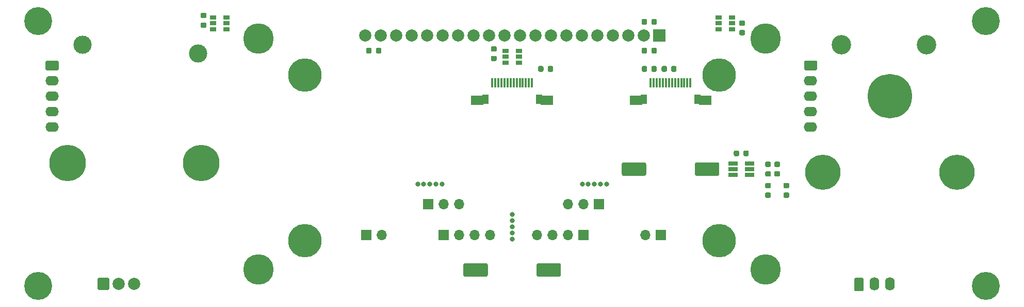
<source format=gbr>
%TF.GenerationSoftware,KiCad,Pcbnew,5.1.9-73d0e3b20d~88~ubuntu18.04.1*%
%TF.CreationDate,2020-12-31T14:23:56+01:00*%
%TF.ProjectId,ss_frontpanel_inner_plate,73735f66-726f-46e7-9470-616e656c5f69,rev?*%
%TF.SameCoordinates,Original*%
%TF.FileFunction,Soldermask,Bot*%
%TF.FilePolarity,Negative*%
%FSLAX46Y46*%
G04 Gerber Fmt 4.6, Leading zero omitted, Abs format (unit mm)*
G04 Created by KiCad (PCBNEW 5.1.9-73d0e3b20d~88~ubuntu18.04.1) date 2020-12-31 14:23:56*
%MOMM*%
%LPD*%
G01*
G04 APERTURE LIST*
%ADD10C,3.000000*%
%ADD11O,2.200000X1.600000*%
%ADD12C,2.000000*%
%ADD13C,6.000000*%
%ADD14C,5.800000*%
%ADD15C,7.300000*%
%ADD16C,3.200000*%
%ADD17O,1.600000X2.200000*%
%ADD18R,1.560000X0.650000*%
%ADD19C,5.500000*%
%ADD20C,5.000000*%
%ADD21R,2.000000X2.000000*%
%ADD22C,4.600000*%
%ADD23C,0.800000*%
%ADD24O,1.700000X1.700000*%
%ADD25R,1.700000X1.700000*%
%ADD26R,1.060000X0.650000*%
%ADD27R,1.000000X1.500000*%
%ADD28R,2.000000X1.500000*%
%ADD29R,0.300000X1.500000*%
G04 APERTURE END LIST*
D10*
%TO.C,ASM1*%
X79500000Y-56500000D03*
X98500000Y-58000000D03*
D11*
X74500000Y-65000000D03*
X74500000Y-62460000D03*
G36*
G01*
X75600000Y-59320000D02*
X75600000Y-60520000D01*
G75*
G02*
X75400000Y-60720000I-200000J0D01*
G01*
X73600000Y-60720000D01*
G75*
G02*
X73400000Y-60520000I0J200000D01*
G01*
X73400000Y-59320000D01*
G75*
G02*
X73600000Y-59120000I200000J0D01*
G01*
X75400000Y-59120000D01*
G75*
G02*
X75600000Y-59320000I0J-200000D01*
G01*
G37*
X74500000Y-70080000D03*
X74500000Y-67540000D03*
G36*
G01*
X83920000Y-95090000D02*
X83920000Y-96690000D01*
G75*
G02*
X83720000Y-96890000I-200000J0D01*
G01*
X82120000Y-96890000D01*
G75*
G02*
X81920000Y-96690000I0J200000D01*
G01*
X81920000Y-95090000D01*
G75*
G02*
X82120000Y-94890000I200000J0D01*
G01*
X83720000Y-94890000D01*
G75*
G02*
X83920000Y-95090000I0J-200000D01*
G01*
G37*
D12*
X85460000Y-95890000D03*
X88000000Y-95890000D03*
D13*
X77000000Y-76000000D03*
X99000000Y-76000000D03*
%TD*%
D14*
%TO.C,ASM2*%
X223000000Y-77500000D03*
D15*
X212000000Y-65000000D03*
D16*
X218000000Y-56500000D03*
X204000000Y-56500000D03*
D11*
X199000000Y-65000000D03*
X199000000Y-62460000D03*
G36*
G01*
X200100000Y-59320000D02*
X200100000Y-60520000D01*
G75*
G02*
X199900000Y-60720000I-200000J0D01*
G01*
X198100000Y-60720000D01*
G75*
G02*
X197900000Y-60520000I0J200000D01*
G01*
X197900000Y-59320000D01*
G75*
G02*
X198100000Y-59120000I200000J0D01*
G01*
X199900000Y-59120000D01*
G75*
G02*
X200100000Y-59320000I0J-200000D01*
G01*
G37*
X199000000Y-67540000D03*
X199000000Y-70080000D03*
D14*
X201000000Y-77500000D03*
D17*
X212000000Y-95890000D03*
X209460000Y-95890000D03*
G36*
G01*
X207720000Y-95100000D02*
X207720000Y-96900000D01*
G75*
G02*
X207520000Y-97100000I-200000J0D01*
G01*
X206320000Y-97100000D01*
G75*
G02*
X206120000Y-96900000I0J200000D01*
G01*
X206120000Y-95100000D01*
G75*
G02*
X206320000Y-94900000I200000J0D01*
G01*
X207520000Y-94900000D01*
G75*
G02*
X207720000Y-95100000I0J-200000D01*
G01*
G37*
%TD*%
%TO.C,C13*%
G36*
G01*
X187950000Y-74656250D02*
X187950000Y-74143750D01*
G75*
G02*
X188168750Y-73925000I218750J0D01*
G01*
X188606250Y-73925000D01*
G75*
G02*
X188825000Y-74143750I0J-218750D01*
G01*
X188825000Y-74656250D01*
G75*
G02*
X188606250Y-74875000I-218750J0D01*
G01*
X188168750Y-74875000D01*
G75*
G02*
X187950000Y-74656250I0J218750D01*
G01*
G37*
G36*
G01*
X186375000Y-74656250D02*
X186375000Y-74143750D01*
G75*
G02*
X186593750Y-73925000I218750J0D01*
G01*
X187031250Y-73925000D01*
G75*
G02*
X187250000Y-74143750I0J-218750D01*
G01*
X187250000Y-74656250D01*
G75*
G02*
X187031250Y-74875000I-218750J0D01*
G01*
X186593750Y-74875000D01*
G75*
G02*
X186375000Y-74656250I0J218750D01*
G01*
G37*
%TD*%
D18*
%TO.C,U6*%
X186250000Y-77000000D03*
X186250000Y-76050000D03*
X186250000Y-77950000D03*
X188950000Y-77950000D03*
X188950000Y-77000000D03*
X188950000Y-76050000D03*
%TD*%
D19*
%TO.C,OLED1*%
X116000000Y-88800000D03*
X184000000Y-88800000D03*
X116000000Y-61500000D03*
X184000000Y-61500000D03*
D20*
X191600000Y-55500000D03*
X191600000Y-93500000D03*
X108400000Y-93500000D03*
X108400000Y-55500000D03*
D12*
X125870000Y-55000000D03*
X128410000Y-55000000D03*
X130950000Y-55000000D03*
X133490000Y-55000000D03*
X136030000Y-55000000D03*
X138570000Y-55000000D03*
X141110000Y-55000000D03*
X143650000Y-55000000D03*
X146190000Y-55000000D03*
X148730000Y-55000000D03*
X151270000Y-55000000D03*
X153810000Y-55000000D03*
X156350000Y-55000000D03*
X158890000Y-55000000D03*
X161430000Y-55000000D03*
X163970000Y-55000000D03*
X166510000Y-55000000D03*
X169050000Y-55000000D03*
X171590000Y-55000000D03*
D21*
X174130000Y-55000000D03*
%TD*%
D22*
%TO.C,H4*%
X72250000Y-52670000D03*
%TD*%
%TO.C,H3*%
X227750000Y-52670000D03*
%TD*%
%TO.C,H2*%
X227750000Y-96200000D03*
%TD*%
%TO.C,H1*%
X72250000Y-96200000D03*
%TD*%
D23*
%TO.C,M3*%
X165500000Y-79500000D03*
X161500000Y-79500000D03*
X164500000Y-79500000D03*
X162500000Y-79500000D03*
X163500000Y-79500000D03*
%TD*%
%TO.C,M2*%
X150000000Y-84500000D03*
X150000000Y-88500000D03*
X150000000Y-85500000D03*
X150000000Y-87500000D03*
X150000000Y-86500000D03*
%TD*%
%TO.C,M1*%
X138500000Y-79500000D03*
X134500000Y-79500000D03*
X137500000Y-79500000D03*
X135500000Y-79500000D03*
X136500000Y-79500000D03*
%TD*%
%TO.C,M4*%
G36*
G01*
X158000000Y-92750800D02*
X158000000Y-94449200D01*
G75*
G02*
X157749200Y-94700000I-250800J0D01*
G01*
X154250800Y-94700000D01*
G75*
G02*
X154000000Y-94449200I0J250800D01*
G01*
X154000000Y-92750800D01*
G75*
G02*
X154250800Y-92500000I250800J0D01*
G01*
X157749200Y-92500000D01*
G75*
G02*
X158000000Y-92750800I0J-250800D01*
G01*
G37*
G36*
G01*
X142000000Y-94449200D02*
X142000000Y-92750800D01*
G75*
G02*
X142250800Y-92500000I250800J0D01*
G01*
X145749200Y-92500000D01*
G75*
G02*
X146000000Y-92750800I0J-250800D01*
G01*
X146000000Y-94449200D01*
G75*
G02*
X145749200Y-94700000I-250800J0D01*
G01*
X142250800Y-94700000D01*
G75*
G02*
X142000000Y-94449200I0J250800D01*
G01*
G37*
%TD*%
%TO.C,M5*%
G36*
G01*
X184000000Y-76150800D02*
X184000000Y-77849200D01*
G75*
G02*
X183749200Y-78100000I-250800J0D01*
G01*
X180250800Y-78100000D01*
G75*
G02*
X180000000Y-77849200I0J250800D01*
G01*
X180000000Y-76150800D01*
G75*
G02*
X180250800Y-75900000I250800J0D01*
G01*
X183749200Y-75900000D01*
G75*
G02*
X184000000Y-76150800I0J-250800D01*
G01*
G37*
G36*
G01*
X168000000Y-77849200D02*
X168000000Y-76150800D01*
G75*
G02*
X168250800Y-75900000I250800J0D01*
G01*
X171749200Y-75900000D01*
G75*
G02*
X172000000Y-76150800I0J-250800D01*
G01*
X172000000Y-77849200D01*
G75*
G02*
X171749200Y-78100000I-250800J0D01*
G01*
X168250800Y-78100000D01*
G75*
G02*
X168000000Y-77849200I0J250800D01*
G01*
G37*
%TD*%
D24*
%TO.C,J6*%
X141320000Y-82760000D03*
X138780000Y-82760000D03*
D25*
X136240000Y-82760000D03*
%TD*%
D24*
%TO.C,J9*%
X159160000Y-82760000D03*
X161700000Y-82760000D03*
D25*
X164240000Y-82760000D03*
%TD*%
D24*
%TO.C,J8*%
X154080000Y-87840000D03*
X156620000Y-87840000D03*
X159160000Y-87840000D03*
D25*
X161700000Y-87840000D03*
%TD*%
D24*
%TO.C,J7*%
X171860000Y-87840000D03*
D25*
X174400000Y-87840000D03*
%TD*%
D24*
%TO.C,J5*%
X146400000Y-87840000D03*
X143860000Y-87840000D03*
X141320000Y-87840000D03*
D25*
X138780000Y-87840000D03*
%TD*%
D24*
%TO.C,J4*%
X128620000Y-87840000D03*
D25*
X126080000Y-87840000D03*
%TD*%
D26*
%TO.C,U5*%
X103100000Y-53000000D03*
X103100000Y-53950000D03*
X103100000Y-52050000D03*
X100900000Y-52050000D03*
X100900000Y-53000000D03*
X100900000Y-53950000D03*
%TD*%
%TO.C,U4*%
X151100000Y-58500000D03*
X151100000Y-59450000D03*
X151100000Y-57550000D03*
X148900000Y-57550000D03*
X148900000Y-58500000D03*
X148900000Y-59450000D03*
%TD*%
%TO.C,U3*%
X183900000Y-53000000D03*
X183900000Y-52050000D03*
X183900000Y-53950000D03*
X186100000Y-53950000D03*
X186100000Y-53000000D03*
X186100000Y-52050000D03*
%TD*%
%TO.C,R7*%
G36*
G01*
X193756250Y-76650000D02*
X193243750Y-76650000D01*
G75*
G02*
X193025000Y-76431250I0J218750D01*
G01*
X193025000Y-75993750D01*
G75*
G02*
X193243750Y-75775000I218750J0D01*
G01*
X193756250Y-75775000D01*
G75*
G02*
X193975000Y-75993750I0J-218750D01*
G01*
X193975000Y-76431250D01*
G75*
G02*
X193756250Y-76650000I-218750J0D01*
G01*
G37*
G36*
G01*
X193756250Y-78225000D02*
X193243750Y-78225000D01*
G75*
G02*
X193025000Y-78006250I0J218750D01*
G01*
X193025000Y-77568750D01*
G75*
G02*
X193243750Y-77350000I218750J0D01*
G01*
X193756250Y-77350000D01*
G75*
G02*
X193975000Y-77568750I0J-218750D01*
G01*
X193975000Y-78006250D01*
G75*
G02*
X193756250Y-78225000I-218750J0D01*
G01*
G37*
%TD*%
%TO.C,R3*%
G36*
G01*
X192256250Y-80150000D02*
X191743750Y-80150000D01*
G75*
G02*
X191525000Y-79931250I0J218750D01*
G01*
X191525000Y-79493750D01*
G75*
G02*
X191743750Y-79275000I218750J0D01*
G01*
X192256250Y-79275000D01*
G75*
G02*
X192475000Y-79493750I0J-218750D01*
G01*
X192475000Y-79931250D01*
G75*
G02*
X192256250Y-80150000I-218750J0D01*
G01*
G37*
G36*
G01*
X192256250Y-81725000D02*
X191743750Y-81725000D01*
G75*
G02*
X191525000Y-81506250I0J218750D01*
G01*
X191525000Y-81068750D01*
G75*
G02*
X191743750Y-80850000I218750J0D01*
G01*
X192256250Y-80850000D01*
G75*
G02*
X192475000Y-81068750I0J-218750D01*
G01*
X192475000Y-81506250D01*
G75*
G02*
X192256250Y-81725000I-218750J0D01*
G01*
G37*
%TD*%
%TO.C,R2*%
G36*
G01*
X195256250Y-80150000D02*
X194743750Y-80150000D01*
G75*
G02*
X194525000Y-79931250I0J218750D01*
G01*
X194525000Y-79493750D01*
G75*
G02*
X194743750Y-79275000I218750J0D01*
G01*
X195256250Y-79275000D01*
G75*
G02*
X195475000Y-79493750I0J-218750D01*
G01*
X195475000Y-79931250D01*
G75*
G02*
X195256250Y-80150000I-218750J0D01*
G01*
G37*
G36*
G01*
X195256250Y-81725000D02*
X194743750Y-81725000D01*
G75*
G02*
X194525000Y-81506250I0J218750D01*
G01*
X194525000Y-81068750D01*
G75*
G02*
X194743750Y-80850000I218750J0D01*
G01*
X195256250Y-80850000D01*
G75*
G02*
X195475000Y-81068750I0J-218750D01*
G01*
X195475000Y-81506250D01*
G75*
G02*
X195256250Y-81725000I-218750J0D01*
G01*
G37*
%TD*%
%TO.C,C12*%
G36*
G01*
X99093750Y-52850000D02*
X99606250Y-52850000D01*
G75*
G02*
X99825000Y-53068750I0J-218750D01*
G01*
X99825000Y-53506250D01*
G75*
G02*
X99606250Y-53725000I-218750J0D01*
G01*
X99093750Y-53725000D01*
G75*
G02*
X98875000Y-53506250I0J218750D01*
G01*
X98875000Y-53068750D01*
G75*
G02*
X99093750Y-52850000I218750J0D01*
G01*
G37*
G36*
G01*
X99093750Y-51275000D02*
X99606250Y-51275000D01*
G75*
G02*
X99825000Y-51493750I0J-218750D01*
G01*
X99825000Y-51931250D01*
G75*
G02*
X99606250Y-52150000I-218750J0D01*
G01*
X99093750Y-52150000D01*
G75*
G02*
X98875000Y-51931250I0J218750D01*
G01*
X98875000Y-51493750D01*
G75*
G02*
X99093750Y-51275000I218750J0D01*
G01*
G37*
%TD*%
%TO.C,C11*%
G36*
G01*
X146743750Y-58350000D02*
X147256250Y-58350000D01*
G75*
G02*
X147475000Y-58568750I0J-218750D01*
G01*
X147475000Y-59006250D01*
G75*
G02*
X147256250Y-59225000I-218750J0D01*
G01*
X146743750Y-59225000D01*
G75*
G02*
X146525000Y-59006250I0J218750D01*
G01*
X146525000Y-58568750D01*
G75*
G02*
X146743750Y-58350000I218750J0D01*
G01*
G37*
G36*
G01*
X146743750Y-56775000D02*
X147256250Y-56775000D01*
G75*
G02*
X147475000Y-56993750I0J-218750D01*
G01*
X147475000Y-57431250D01*
G75*
G02*
X147256250Y-57650000I-218750J0D01*
G01*
X146743750Y-57650000D01*
G75*
G02*
X146525000Y-57431250I0J218750D01*
G01*
X146525000Y-56993750D01*
G75*
G02*
X146743750Y-56775000I218750J0D01*
G01*
G37*
%TD*%
%TO.C,C10*%
G36*
G01*
X188006250Y-53400000D02*
X187493750Y-53400000D01*
G75*
G02*
X187275000Y-53181250I0J218750D01*
G01*
X187275000Y-52743750D01*
G75*
G02*
X187493750Y-52525000I218750J0D01*
G01*
X188006250Y-52525000D01*
G75*
G02*
X188225000Y-52743750I0J-218750D01*
G01*
X188225000Y-53181250D01*
G75*
G02*
X188006250Y-53400000I-218750J0D01*
G01*
G37*
G36*
G01*
X188006250Y-54975000D02*
X187493750Y-54975000D01*
G75*
G02*
X187275000Y-54756250I0J218750D01*
G01*
X187275000Y-54318750D01*
G75*
G02*
X187493750Y-54100000I218750J0D01*
G01*
X188006250Y-54100000D01*
G75*
G02*
X188225000Y-54318750I0J-218750D01*
G01*
X188225000Y-54756250D01*
G75*
G02*
X188006250Y-54975000I-218750J0D01*
G01*
G37*
%TD*%
%TO.C,C7*%
G36*
G01*
X191743750Y-77350000D02*
X192256250Y-77350000D01*
G75*
G02*
X192475000Y-77568750I0J-218750D01*
G01*
X192475000Y-78006250D01*
G75*
G02*
X192256250Y-78225000I-218750J0D01*
G01*
X191743750Y-78225000D01*
G75*
G02*
X191525000Y-78006250I0J218750D01*
G01*
X191525000Y-77568750D01*
G75*
G02*
X191743750Y-77350000I218750J0D01*
G01*
G37*
G36*
G01*
X191743750Y-75775000D02*
X192256250Y-75775000D01*
G75*
G02*
X192475000Y-75993750I0J-218750D01*
G01*
X192475000Y-76431250D01*
G75*
G02*
X192256250Y-76650000I-218750J0D01*
G01*
X191743750Y-76650000D01*
G75*
G02*
X191525000Y-76431250I0J218750D01*
G01*
X191525000Y-75993750D01*
G75*
G02*
X191743750Y-75775000I218750J0D01*
G01*
G37*
%TD*%
%TO.C,C6*%
G36*
G01*
X172850000Y-53006250D02*
X172850000Y-52493750D01*
G75*
G02*
X173068750Y-52275000I218750J0D01*
G01*
X173506250Y-52275000D01*
G75*
G02*
X173725000Y-52493750I0J-218750D01*
G01*
X173725000Y-53006250D01*
G75*
G02*
X173506250Y-53225000I-218750J0D01*
G01*
X173068750Y-53225000D01*
G75*
G02*
X172850000Y-53006250I0J218750D01*
G01*
G37*
G36*
G01*
X171275000Y-53006250D02*
X171275000Y-52493750D01*
G75*
G02*
X171493750Y-52275000I218750J0D01*
G01*
X171931250Y-52275000D01*
G75*
G02*
X172150000Y-52493750I0J-218750D01*
G01*
X172150000Y-53006250D01*
G75*
G02*
X171931250Y-53225000I-218750J0D01*
G01*
X171493750Y-53225000D01*
G75*
G02*
X171275000Y-53006250I0J218750D01*
G01*
G37*
%TD*%
%TO.C,C5*%
G36*
G01*
X172850000Y-57756250D02*
X172850000Y-57243750D01*
G75*
G02*
X173068750Y-57025000I218750J0D01*
G01*
X173506250Y-57025000D01*
G75*
G02*
X173725000Y-57243750I0J-218750D01*
G01*
X173725000Y-57756250D01*
G75*
G02*
X173506250Y-57975000I-218750J0D01*
G01*
X173068750Y-57975000D01*
G75*
G02*
X172850000Y-57756250I0J218750D01*
G01*
G37*
G36*
G01*
X171275000Y-57756250D02*
X171275000Y-57243750D01*
G75*
G02*
X171493750Y-57025000I218750J0D01*
G01*
X171931250Y-57025000D01*
G75*
G02*
X172150000Y-57243750I0J-218750D01*
G01*
X172150000Y-57756250D01*
G75*
G02*
X171931250Y-57975000I-218750J0D01*
G01*
X171493750Y-57975000D01*
G75*
G02*
X171275000Y-57756250I0J218750D01*
G01*
G37*
%TD*%
%TO.C,C4*%
G36*
G01*
X175400000Y-60243750D02*
X175400000Y-60756250D01*
G75*
G02*
X175181250Y-60975000I-218750J0D01*
G01*
X174743750Y-60975000D01*
G75*
G02*
X174525000Y-60756250I0J218750D01*
G01*
X174525000Y-60243750D01*
G75*
G02*
X174743750Y-60025000I218750J0D01*
G01*
X175181250Y-60025000D01*
G75*
G02*
X175400000Y-60243750I0J-218750D01*
G01*
G37*
G36*
G01*
X176975000Y-60243750D02*
X176975000Y-60756250D01*
G75*
G02*
X176756250Y-60975000I-218750J0D01*
G01*
X176318750Y-60975000D01*
G75*
G02*
X176100000Y-60756250I0J218750D01*
G01*
X176100000Y-60243750D01*
G75*
G02*
X176318750Y-60025000I218750J0D01*
G01*
X176756250Y-60025000D01*
G75*
G02*
X176975000Y-60243750I0J-218750D01*
G01*
G37*
%TD*%
%TO.C,C3*%
G36*
G01*
X172850000Y-60756250D02*
X172850000Y-60243750D01*
G75*
G02*
X173068750Y-60025000I218750J0D01*
G01*
X173506250Y-60025000D01*
G75*
G02*
X173725000Y-60243750I0J-218750D01*
G01*
X173725000Y-60756250D01*
G75*
G02*
X173506250Y-60975000I-218750J0D01*
G01*
X173068750Y-60975000D01*
G75*
G02*
X172850000Y-60756250I0J218750D01*
G01*
G37*
G36*
G01*
X171275000Y-60756250D02*
X171275000Y-60243750D01*
G75*
G02*
X171493750Y-60025000I218750J0D01*
G01*
X171931250Y-60025000D01*
G75*
G02*
X172150000Y-60243750I0J-218750D01*
G01*
X172150000Y-60756250D01*
G75*
G02*
X171931250Y-60975000I-218750J0D01*
G01*
X171493750Y-60975000D01*
G75*
G02*
X171275000Y-60756250I0J218750D01*
G01*
G37*
%TD*%
%TO.C,C2*%
G36*
G01*
X155850000Y-60756250D02*
X155850000Y-60243750D01*
G75*
G02*
X156068750Y-60025000I218750J0D01*
G01*
X156506250Y-60025000D01*
G75*
G02*
X156725000Y-60243750I0J-218750D01*
G01*
X156725000Y-60756250D01*
G75*
G02*
X156506250Y-60975000I-218750J0D01*
G01*
X156068750Y-60975000D01*
G75*
G02*
X155850000Y-60756250I0J218750D01*
G01*
G37*
G36*
G01*
X154275000Y-60756250D02*
X154275000Y-60243750D01*
G75*
G02*
X154493750Y-60025000I218750J0D01*
G01*
X154931250Y-60025000D01*
G75*
G02*
X155150000Y-60243750I0J-218750D01*
G01*
X155150000Y-60756250D01*
G75*
G02*
X154931250Y-60975000I-218750J0D01*
G01*
X154493750Y-60975000D01*
G75*
G02*
X154275000Y-60756250I0J218750D01*
G01*
G37*
%TD*%
%TO.C,C1*%
G36*
G01*
X127637500Y-57756250D02*
X127637500Y-57243750D01*
G75*
G02*
X127856250Y-57025000I218750J0D01*
G01*
X128293750Y-57025000D01*
G75*
G02*
X128512500Y-57243750I0J-218750D01*
G01*
X128512500Y-57756250D01*
G75*
G02*
X128293750Y-57975000I-218750J0D01*
G01*
X127856250Y-57975000D01*
G75*
G02*
X127637500Y-57756250I0J218750D01*
G01*
G37*
G36*
G01*
X126062500Y-57756250D02*
X126062500Y-57243750D01*
G75*
G02*
X126281250Y-57025000I218750J0D01*
G01*
X126718750Y-57025000D01*
G75*
G02*
X126937500Y-57243750I0J-218750D01*
G01*
X126937500Y-57756250D01*
G75*
G02*
X126718750Y-57975000I-218750J0D01*
G01*
X126281250Y-57975000D01*
G75*
G02*
X126062500Y-57756250I0J218750D01*
G01*
G37*
%TD*%
D27*
%TO.C,J1*%
X145600000Y-65500000D03*
X154400000Y-65500000D03*
D28*
X144300000Y-65700000D03*
X155700000Y-65700000D03*
D29*
X146750000Y-62800000D03*
X147250000Y-62800000D03*
X147750000Y-62800000D03*
X148250000Y-62800000D03*
X148750000Y-62800000D03*
X149250000Y-62800000D03*
X149750000Y-62800000D03*
X150250000Y-62800000D03*
X150750000Y-62800000D03*
X151250000Y-62800000D03*
X151750000Y-62800000D03*
X152250000Y-62800000D03*
X152750000Y-62800000D03*
X153250000Y-62800000D03*
%TD*%
D27*
%TO.C,J2*%
X171600000Y-65500000D03*
X180400000Y-65500000D03*
D28*
X170300000Y-65700000D03*
X181700000Y-65700000D03*
D29*
X172750000Y-62800000D03*
X173250000Y-62800000D03*
X173750000Y-62800000D03*
X174250000Y-62800000D03*
X174750000Y-62800000D03*
X175250000Y-62800000D03*
X175750000Y-62800000D03*
X176250000Y-62800000D03*
X176750000Y-62800000D03*
X177250000Y-62800000D03*
X177750000Y-62800000D03*
X178250000Y-62800000D03*
X178750000Y-62800000D03*
X179250000Y-62800000D03*
%TD*%
M02*

</source>
